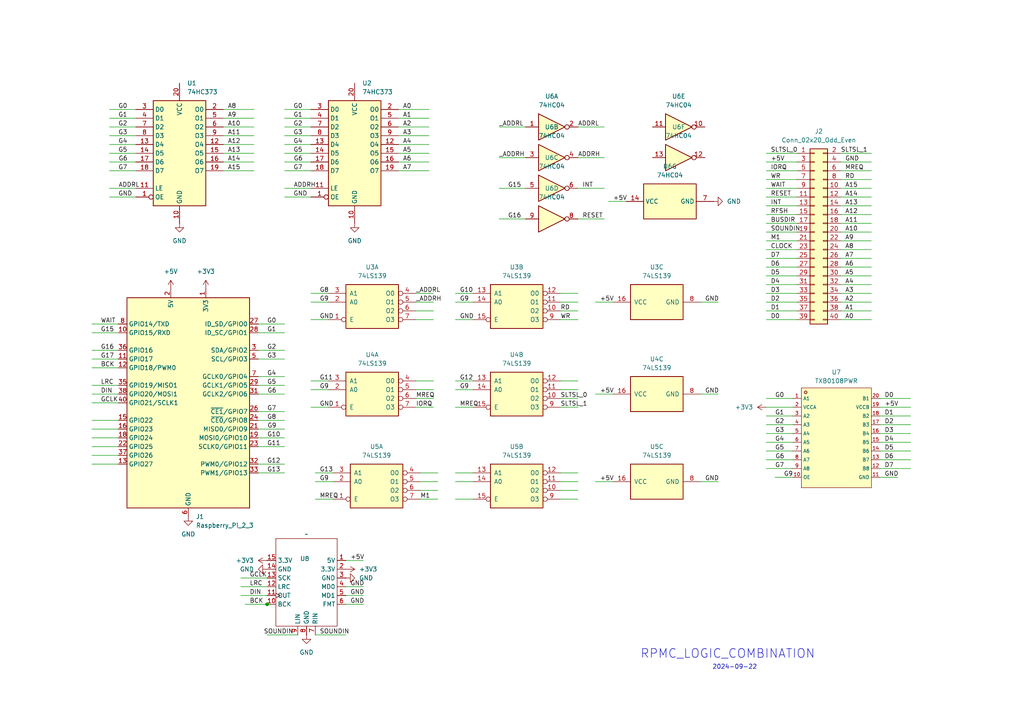
<source format=kicad_sch>
(kicad_sch (version 20231120) (generator "eeschema") (generator_version "8.0")
  (paper "A4")
  (lib_symbols
    (symbol "74xx:74HC04"
      (property "Reference" "U" (at 0 1.27 0))
      (property "Value" "74HC04" (at 0 -1.27 0))
      (symbol "74HC04_1_0"
        (polyline (pts (xy -3.81 3.81) (xy -3.81 -3.81) (xy 3.81 0) (xy -3.81 3.81)) (stroke (width 0.254)) (fill (type background)))
        (pin input line (at -7.62 0 0) (length 3.81) (name "~") (number "1"))
        (pin output inverted (at 7.62 0 180) (length 3.81) (name "~") (number "2"))
      )
      (symbol "74HC04_2_0"
        (polyline (pts (xy -3.81 3.81) (xy -3.81 -3.81) (xy 3.81 0) (xy -3.81 3.81)) (stroke (width 0.254)) (fill (type background)))
        (pin input line (at -7.62 0 0) (length 3.81) (name "~") (number "3"))
        (pin output inverted (at 7.62 0 180) (length 3.81) (name "~") (number "4"))
      )
      (symbol "74HC04_3_0"
        (polyline (pts (xy -3.81 3.81) (xy -3.81 -3.81) (xy 3.81 0) (xy -3.81 3.81)) (stroke (width 0.254)) (fill (type background)))
        (pin input line (at -7.62 0 0) (length 3.81) (name "~") (number "5"))
        (pin output inverted (at 7.62 0 180) (length 3.81) (name "~") (number "6"))
      )
      (symbol "74HC04_4_0"
        (polyline (pts (xy -3.81 3.81) (xy -3.81 -3.81) (xy 3.81 0) (xy -3.81 3.81)) (stroke (width 0.254)) (fill (type background)))
        (pin output inverted (at 7.62 0 180) (length 3.81) (name "~") (number "8"))
        (pin input line (at -7.62 0 0) (length 3.81) (name "~") (number "9"))
      )
      (symbol "74HC04_5_0"
        (polyline (pts (xy -3.81 3.81) (xy -3.81 -3.81) (xy 3.81 0) (xy -3.81 3.81)) (stroke (width 0.254)) (fill (type background)))
        (pin output inverted (at 7.62 0 180) (length 3.81) (name "~") (number "10"))
        (pin input line (at -7.62 0 0) (length 3.81) (name "~") (number "11"))
      )
      (symbol "74HC04_6_0"
        (polyline (pts (xy -3.81 3.81) (xy -3.81 -3.81) (xy 3.81 0) (xy -3.81 3.81)) (stroke (width 0.254)) (fill (type background)))
        (pin output inverted (at 7.62 0 180) (length 3.81) (name "~") (number "12"))
        (pin input line (at -7.62 0 0) (length 3.81) (name "~") (number "13"))
      )
      (symbol "74HC04_7_0"
        (pin power_in line (at 0 12.7 270) (length 5.08) (name "VCC") (number "14"))
        (pin power_in line (at 0 -12.7 90) (length 5.08) (name "GND") (number "7"))
      )
      (symbol "74HC04_7_1"
        (rectangle (start -5.08 7.62) (end 5.08 -7.62) (stroke (width 0.254)) (fill (type background)))
      )
    )
    (symbol "74xx:74HC373"
      (property "Reference" "U" (at -7.62 16.51 0))
      (property "Value" "74HC373" (at -7.62 -16.51 0))
      (symbol "74HC373_1_0"
        (pin input inverted (at -12.7 -12.7 0) (length 5.08) (name "OE") (number "1"))
        (pin power_in line (at 0 -20.32 90) (length 5.08) (name "GND") (number "10"))
        (pin input line (at -12.7 -10.16 0) (length 5.08) (name "LE") (number "11"))
        (pin tri_state line (at 12.7 2.54 180) (length 5.08) (name "O4") (number "12"))
        (pin input line (at -12.7 2.54 0) (length 5.08) (name "D4") (number "13"))
        (pin input line (at -12.7 0 0) (length 5.08) (name "D5") (number "14"))
        (pin tri_state line (at 12.7 0 180) (length 5.08) (name "O5") (number "15"))
        (pin tri_state line (at 12.7 -2.54 180) (length 5.08) (name "O6") (number "16"))
        (pin input line (at -12.7 -2.54 0) (length 5.08) (name "D6") (number "17"))
        (pin input line (at -12.7 -5.08 0) (length 5.08) (name "D7") (number "18"))
        (pin tri_state line (at 12.7 -5.08 180) (length 5.08) (name "O7") (number "19"))
        (pin tri_state line (at 12.7 12.7 180) (length 5.08) (name "O0") (number "2"))
        (pin power_in line (at 0 20.32 270) (length 5.08) (name "VCC") (number "20"))
        (pin input line (at -12.7 12.7 0) (length 5.08) (name "D0") (number "3"))
        (pin input line (at -12.7 10.16 0) (length 5.08) (name "D1") (number "4"))
        (pin tri_state line (at 12.7 10.16 180) (length 5.08) (name "O1") (number "5"))
        (pin tri_state line (at 12.7 7.62 180) (length 5.08) (name "O2") (number "6"))
        (pin input line (at -12.7 7.62 0) (length 5.08) (name "D2") (number "7"))
        (pin input line (at -12.7 5.08 0) (length 5.08) (name "D3") (number "8"))
        (pin tri_state line (at 12.7 5.08 180) (length 5.08) (name "O3") (number "9"))
      )
      (symbol "74HC373_1_1"
        (rectangle (start -7.62 15.24) (end 7.62 -15.24) (stroke (width 0.254)) (fill (type background)))
      )
    )
    (symbol "74xx:74LS139" (pin_names (offset 1.016))
      (property "Reference" "U" (at -7.62 8.89 0))
      (property "Value" "74LS139" (at -7.62 -8.89 0))
      (symbol "74LS139_1_0"
        (pin input inverted (at -12.7 -5.08 0) (length 5.08) (name "E") (number "1"))
        (pin input line (at -12.7 0 0) (length 5.08) (name "A0") (number "2"))
        (pin input line (at -12.7 2.54 0) (length 5.08) (name "A1") (number "3"))
        (pin output inverted (at 12.7 2.54 180) (length 5.08) (name "O0") (number "4"))
        (pin output inverted (at 12.7 0 180) (length 5.08) (name "O1") (number "5"))
        (pin output inverted (at 12.7 -2.54 180) (length 5.08) (name "O2") (number "6"))
        (pin output inverted (at 12.7 -5.08 180) (length 5.08) (name "O3") (number "7"))
      )
      (symbol "74LS139_1_1"
        (rectangle (start -7.62 5.08) (end 7.62 -7.62) (stroke (width 0.254)) (fill (type background)))
      )
      (symbol "74LS139_2_0"
        (pin output inverted (at 12.7 -2.54 180) (length 5.08) (name "O2") (number "10"))
        (pin output inverted (at 12.7 0 180) (length 5.08) (name "O1") (number "11"))
        (pin output inverted (at 12.7 2.54 180) (length 5.08) (name "O0") (number "12"))
        (pin input line (at -12.7 2.54 0) (length 5.08) (name "A1") (number "13"))
        (pin input line (at -12.7 0 0) (length 5.08) (name "A0") (number "14"))
        (pin input inverted (at -12.7 -5.08 0) (length 5.08) (name "E") (number "15"))
        (pin output inverted (at 12.7 -5.08 180) (length 5.08) (name "O3") (number "9"))
      )
      (symbol "74LS139_2_1"
        (rectangle (start -7.62 5.08) (end 7.62 -7.62) (stroke (width 0.254)) (fill (type background)))
      )
      (symbol "74LS139_3_0"
        (pin power_in line (at 0 12.7 270) (length 5.08) (name "VCC") (number "16"))
        (pin power_in line (at 0 -12.7 90) (length 5.08) (name "GND") (number "8"))
      )
      (symbol "74LS139_3_1"
        (rectangle (start -5.08 7.62) (end 5.08 -7.62) (stroke (width 0.254)) (fill (type background)))
      )
    )
    (symbol "Connector:Raspberry_Pi_2_3"
      (property "Reference" "J" (at -17.78 31.75 0))
      (property "Value" "Raspberry_Pi_2_3" (at 10.16 -31.75 0))
      (symbol "Raspberry_Pi_2_3_0_1"
        (rectangle (start -17.78 30.48) (end 17.78 -30.48) (stroke (width 0.254)) (fill (type background)))
      )
      (symbol "Raspberry_Pi_2_3_1_1"
        (pin power_in line (at 5.08 33.02 270) (length 2.54) (name "3V3") (number "1"))
        (pin bidirectional line (at -20.32 20.32 0) (length 2.54) (name "GPIO15/RXD") (number "10"))
        (pin bidirectional line (at -20.32 12.7 0) (length 2.54) (name "GPIO17") (number "11"))
        (pin bidirectional line (at -20.32 10.16 0) (length 2.54) (name "GPIO18/PWM0") (number "12"))
        (pin bidirectional line (at -20.32 -17.78 0) (length 2.54) (name "GPIO27") (number "13"))
        (pin passive line (at 0 -33.02 90) (length 2.54) hide (name "GND") (number "14"))
        (pin bidirectional line (at -20.32 -5.08 0) (length 2.54) (name "GPIO22") (number "15"))
        (pin bidirectional line (at -20.32 -7.62 0) (length 2.54) (name "GPIO23") (number "16"))
        (pin passive line (at 5.08 33.02 270) (length 2.54) hide (name "3V3") (number "17"))
        (pin bidirectional line (at -20.32 -10.16 0) (length 2.54) (name "GPIO24") (number "18"))
        (pin bidirectional line (at 20.32 -10.16 180) (length 2.54) (name "MOSI0/GPIO10") (number "19"))
        (pin power_in line (at -5.08 33.02 270) (length 2.54) (name "5V") (number "2"))
        (pin passive line (at 0 -33.02 90) (length 2.54) hide (name "GND") (number "20"))
        (pin bidirectional line (at 20.32 -7.62 180) (length 2.54) (name "MISO0/GPIO9") (number "21"))
        (pin bidirectional line (at -20.32 -12.7 0) (length 2.54) (name "GPIO25") (number "22"))
        (pin bidirectional line (at 20.32 -12.7 180) (length 2.54) (name "SCLK0/GPIO11") (number "23"))
        (pin bidirectional line (at 20.32 -5.08 180) (length 2.54) (name "~{CE0}/GPIO8") (number "24"))
        (pin passive line (at 0 -33.02 90) (length 2.54) hide (name "GND") (number "25"))
        (pin bidirectional line (at 20.32 -2.54 180) (length 2.54) (name "~{CE1}/GPIO7") (number "26"))
        (pin bidirectional line (at 20.32 22.86 180) (length 2.54) (name "ID_SD/GPIO0") (number "27"))
        (pin bidirectional line (at 20.32 20.32 180) (length 2.54) (name "ID_SC/GPIO1") (number "28"))
        (pin bidirectional line (at 20.32 5.08 180) (length 2.54) (name "GCLK1/GPIO5") (number "29"))
        (pin bidirectional line (at 20.32 15.24 180) (length 2.54) (name "SDA/GPIO2") (number "3"))
        (pin passive line (at 0 -33.02 90) (length 2.54) hide (name "GND") (number "30"))
        (pin bidirectional line (at 20.32 2.54 180) (length 2.54) (name "GCLK2/GPIO6") (number "31"))
        (pin bidirectional line (at 20.32 -17.78 180) (length 2.54) (name "PWM0/GPIO12") (number "32"))
        (pin bidirectional line (at 20.32 -20.32 180) (length 2.54) (name "PWM1/GPIO13") (number "33"))
        (pin passive line (at 0 -33.02 90) (length 2.54) hide (name "GND") (number "34"))
        (pin bidirectional line (at -20.32 5.08 0) (length 2.54) (name "GPIO19/MISO1") (number "35"))
        (pin bidirectional line (at -20.32 15.24 0) (length 2.54) (name "GPIO16") (number "36"))
        (pin bidirectional line (at -20.32 -15.24 0) (length 2.54) (name "GPIO26") (number "37"))
        (pin bidirectional line (at -20.32 2.54 0) (length 2.54) (name "GPIO20/MOSI1") (number "38"))
        (pin passive line (at 0 -33.02 90) (length 2.54) hide (name "GND") (number "39"))
        (pin passive line (at -5.08 33.02 270) (length 2.54) hide (name "5V") (number "4"))
        (pin bidirectional line (at -20.32 0 0) (length 2.54) (name "GPIO21/SCLK1") (number "40"))
        (pin bidirectional line (at 20.32 12.7 180) (length 2.54) (name "SCL/GPIO3") (number "5"))
        (pin power_in line (at 0 -33.02 90) (length 2.54) (name "GND") (number "6"))
        (pin bidirectional line (at 20.32 7.62 180) (length 2.54) (name "GCLK0/GPIO4") (number "7"))
        (pin bidirectional line (at -20.32 22.86 0) (length 2.54) (name "GPIO14/TXD") (number "8"))
        (pin passive line (at 0 -33.02 90) (length 2.54) hide (name "GND") (number "9"))
      )
    )
    (symbol "Connector_Generic:Conn_02x20_Odd_Even" (pin_names (offset 1.016) hide)
      (property "Reference" "J" (at 1.27 25.4 0))
      (property "Value" "Conn_02x20_Odd_Even" (at 1.27 -27.94 0))
      (symbol "Conn_02x20_Odd_Even_1_1"
        (rectangle (start -1.27 -25.273) (end 0 -25.527) (stroke (width 0.1524)))
        (rectangle (start -1.27 -22.733) (end 0 -22.987) (stroke (width 0.1524)))
        (rectangle (start -1.27 -20.193) (end 0 -20.447) (stroke (width 0.1524)))
        (rectangle (start -1.27 -17.653) (end 0 -17.907) (stroke (width 0.1524)))
        (rectangle (start -1.27 -15.113) (end 0 -15.367) (stroke (width 0.1524)))
        (rectangle (start -1.27 -12.573) (end 0 -12.827) (stroke (width 0.1524)))
        (rectangle (start -1.27 -10.033) (end 0 -10.287) (stroke (width 0.1524)))
        (rectangle (start -1.27 -7.493) (end 0 -7.747) (stroke (width 0.1524)))
        (rectangle (start -1.27 -4.953) (end 0 -5.207) (stroke (width 0.1524)))
        (rectangle (start -1.27 -2.413) (end 0 -2.667) (stroke (width 0.1524)))
        (rectangle (start -1.27 0.127) (end 0 -0.127) (stroke (width 0.1524)))
        (rectangle (start -1.27 2.667) (end 0 2.413) (stroke (width 0.1524)))
        (rectangle (start -1.27 5.207) (end 0 4.953) (stroke (width 0.1524)))
        (rectangle (start -1.27 7.747) (end 0 7.493) (stroke (width 0.1524)))
        (rectangle (start -1.27 10.287) (end 0 10.033) (stroke (width 0.1524)))
        (rectangle (start -1.27 12.827) (end 0 12.573) (stroke (width 0.1524)))
        (rectangle (start -1.27 15.367) (end 0 15.113) (stroke (width 0.1524)))
        (rectangle (start -1.27 17.907) (end 0 17.653) (stroke (width 0.1524)))
        (rectangle (start -1.27 20.447) (end 0 20.193) (stroke (width 0.1524)))
        (rectangle (start -1.27 22.987) (end 0 22.733) (stroke (width 0.1524)))
        (rectangle (start -1.27 24.13) (end 3.81 -26.67) (stroke (width 0.254)) (fill (type background)))
        (rectangle (start 3.81 -25.273) (end 2.54 -25.527) (stroke (width 0.1524)))
        (rectangle (start 3.81 -22.733) (end 2.54 -22.987) (stroke (width 0.1524)))
        (rectangle (start 3.81 -20.193) (end 2.54 -20.447) (stroke (width 0.1524)))
        (rectangle (start 3.81 -17.653) (end 2.54 -17.907) (stroke (width 0.1524)))
        (rectangle (start 3.81 -15.113) (end 2.54 -15.367) (stroke (width 0.1524)))
        (rectangle (start 3.81 -12.573) (end 2.54 -12.827) (stroke (width 0.1524)))
        (rectangle (start 3.81 -10.033) (end 2.54 -10.287) (stroke (width 0.1524)))
        (rectangle (start 3.81 -7.493) (end 2.54 -7.747) (stroke (width 0.1524)))
        (rectangle (start 3.81 -4.953) (end 2.54 -5.207) (stroke (width 0.1524)))
        (rectangle (start 3.81 -2.413) (end 2.54 -2.667) (stroke (width 0.1524)))
        (rectangle (start 3.81 0.127) (end 2.54 -0.127) (stroke (width 0.1524)))
        (rectangle (start 3.81 2.667) (end 2.54 2.413) (stroke (width 0.1524)))
        (rectangle (start 3.81 5.207) (end 2.54 4.953) (stroke (width 0.1524)))
        (rectangle (start 3.81 7.747) (end 2.54 7.493) (stroke (width 0.1524)))
        (rectangle (start 3.81 10.287) (end 2.54 10.033) (stroke (width 0.1524)))
        (rectangle (start 3.81 12.827) (end 2.54 12.573) (stroke (width 0.1524)))
        (rectangle (start 3.81 15.367) (end 2.54 15.113) (stroke (width 0.1524)))
        (rectangle (start 3.81 17.907) (end 2.54 17.653) (stroke (width 0.1524)))
        (rectangle (start 3.81 20.447) (end 2.54 20.193) (stroke (width 0.1524)))
        (rectangle (start 3.81 22.987) (end 2.54 22.733) (stroke (width 0.1524)))
        (pin passive line (at -5.08 22.86 0) (length 3.81) (name "Pin_1") (number "1"))
        (pin passive line (at 7.62 12.7 180) (length 3.81) (name "Pin_10") (number "10"))
        (pin passive line (at -5.08 10.16 0) (length 3.81) (name "Pin_11") (number "11"))
        (pin passive line (at 7.62 10.16 180) (length 3.81) (name "Pin_12") (number "12"))
        (pin passive line (at -5.08 7.62 0) (length 3.81) (name "Pin_13") (number "13"))
        (pin passive line (at 7.62 7.62 180) (length 3.81) (name "Pin_14") (number "14"))
        (pin passive line (at -5.08 5.08 0) (length 3.81) (name "Pin_15") (number "15"))
        (pin passive line (at 7.62 5.08 180) (length 3.81) (name "Pin_16") (number "16"))
        (pin passive line (at -5.08 2.54 0) (length 3.81) (name "Pin_17") (number "17"))
        (pin passive line (at 7.62 2.54 180) (length 3.81) (name "Pin_18") (number "18"))
        (pin passive line (at -5.08 0 0) (length 3.81) (name "Pin_19") (number "19"))
        (pin passive line (at 7.62 22.86 180) (length 3.81) (name "Pin_2") (number "2"))
        (pin passive line (at 7.62 0 180) (length 3.81) (name "Pin_20") (number "20"))
        (pin passive line (at -5.08 -2.54 0) (length 3.81) (name "Pin_21") (number "21"))
        (pin passive line (at 7.62 -2.54 180) (length 3.81) (name "Pin_22") (number "22"))
        (pin passive line (at -5.08 -5.08 0) (length 3.81) (name "Pin_23") (number "23"))
        (pin passive line (at 7.62 -5.08 180) (length 3.81) (name "Pin_24") (number "24"))
        (pin passive line (at -5.08 -7.62 0) (length 3.81) (name "Pin_25") (number "25"))
        (pin passive line (at 7.62 -7.62 180) (length 3.81) (name "Pin_26") (number "26"))
        (pin passive line (at -5.08 -10.16 0) (length 3.81) (name "Pin_27") (number "27"))
        (pin passive line (at 7.62 -10.16 180) (length 3.81) (name "Pin_28") (number "28"))
        (pin passive line (at -5.08 -12.7 0) (length 3.81) (name "Pin_29") (number "29"))
        (pin passive line (at -5.08 20.32 0) (length 3.81) (name "Pin_3") (number "3"))
        (pin passive line (at 7.62 -12.7 180) (length 3.81) (name "Pin_30") (number "30"))
        (pin passive line (at -5.08 -15.24 0) (length 3.81) (name "Pin_31") (number "31"))
        (pin passive line (at 7.62 -15.24 180) (length 3.81) (name "Pin_32") (number "32"))
        (pin passive line (at -5.08 -17.78 0) (length 3.81) (name "Pin_33") (number "33"))
        (pin passive line (at 7.62 -17.78 180) (length 3.81) (name "Pin_34") (number "34"))
        (pin passive line (at -5.08 -20.32 0) (length 3.81) (name "Pin_35") (number "35"))
        (pin passive line (at 7.62 -20.32 180) (length 3.81) (name "Pin_36") (number "36"))
        (pin passive line (at -5.08 -22.86 0) (length 3.81) (name "Pin_37") (number "37"))
        (pin passive line (at 7.62 -22.86 180) (length 3.81) (name "Pin_38") (number "38"))
        (pin passive line (at -5.08 -25.4 0) (length 3.81) (name "Pin_39") (number "39"))
        (pin passive line (at 7.62 20.32 180) (length 3.81) (name "Pin_4") (number "4"))
        (pin passive line (at 7.62 -25.4 180) (length 3.81) (name "Pin_40") (number "40"))
        (pin passive line (at -5.08 17.78 0) (length 3.81) (name "Pin_5") (number "5"))
        (pin passive line (at 7.62 17.78 180) (length 3.81) (name "Pin_6") (number "6"))
        (pin passive line (at -5.08 15.24 0) (length 3.81) (name "Pin_7") (number "7"))
        (pin passive line (at 7.62 15.24 180) (length 3.81) (name "Pin_8") (number "8"))
        (pin passive line (at -5.08 12.7 0) (length 3.81) (name "Pin_9") (number "9"))
      )
    )
    (symbol "TXB0108PWR:TXB0108PWR"
      (property "Reference" "U" (at 0 1.27 0))
      (property "Value" "TXB0108PWR" (at 0 -2.54 0))
      (symbol "TXB0108PWR_0_1"
        (rectangle (start -10.16 14.478) (end 10.16 -14.478) (fill (type background)))
        (circle (center -8.89 13.208) (radius 0.381) (fill (type background)))
        (circle (center -8.89 13.208) (radius 0.381) (fill (type background)))
        (pin unspecified line (at -12.7 11.43 0) (length 2.54) (name "A1") (number "1"))
        (pin unspecified line (at -12.7 -11.43 0) (length 2.54) (name "OE") (number "10"))
        (pin unspecified line (at 12.7 -11.43 180) (length 2.54) (name "GND") (number "11"))
        (pin unspecified line (at 12.7 -8.89 180) (length 2.54) (name "B8") (number "12"))
        (pin unspecified line (at 12.7 -6.35 180) (length 2.54) (name "B7") (number "13"))
        (pin unspecified line (at 12.7 -3.81 180) (length 2.54) (name "B6") (number "14"))
        (pin unspecified line (at 12.7 -1.27 180) (length 2.54) (name "B5") (number "15"))
        (pin unspecified line (at 12.7 1.27 180) (length 2.54) (name "B4") (number "16"))
        (pin unspecified line (at 12.7 3.81 180) (length 2.54) (name "B3") (number "17"))
        (pin unspecified line (at 12.7 6.35 180) (length 2.54) (name "B2") (number "18"))
        (pin unspecified line (at 12.7 8.89 180) (length 2.54) (name "VCCB") (number "19"))
        (pin unspecified line (at -12.7 8.89 0) (length 2.54) (name "VCCA") (number "2"))
        (pin unspecified line (at 12.7 11.43 180) (length 2.54) (name "B1") (number "20"))
        (pin unspecified line (at -12.7 6.35 0) (length 2.54) (name "A2") (number "3"))
        (pin unspecified line (at -12.7 3.81 0) (length 2.54) (name "A3") (number "4"))
        (pin unspecified line (at -12.7 1.27 0) (length 2.54) (name "A4") (number "5"))
        (pin unspecified line (at -12.7 -1.27 0) (length 2.54) (name "A5") (number "6"))
        (pin unspecified line (at -12.7 -3.81 0) (length 2.54) (name "A6") (number "7"))
        (pin unspecified line (at -12.7 -6.35 0) (length 2.54) (name "A7") (number "8"))
        (pin unspecified line (at -12.7 -8.89 0) (length 2.54) (name "A8") (number "9"))
      )
    )
    (symbol "msx_slot:PCM1808_EVB"
      (property "Reference" "U" (at 0 0.762 0))
      (symbol "PCM1808_EVB_0_1"
        (rectangle (start -8.89 12.7) (end 8.89 -12.7))
      )
      (symbol "PCM1808_EVB_1_1"
        (pin power_in line (at -11.43 -6.35 0) (length 2.54) (name "5V") (number "1"))
        (pin input line (at 11.43 6.35 180) (length 2.54) (name "BCK") (number "10"))
        (pin output clock (at 11.43 3.81 180) (length 2.54) (name "OUT") (number "11"))
        (pin input line (at 11.43 1.27 180) (length 2.54) (name "LRC") (number "12"))
        (pin input line (at 11.43 -1.27 180) (length 2.54) (name "SCK") (number "13"))
        (pin free line (at 11.43 -3.81 180) (length 2.54) (name "GND") (number "14"))
        (pin power_in line (at 11.43 -6.35 180) (length 2.54) (name "3.3V") (number "15"))
        (pin power_in line (at -11.43 -3.81 0) (length 2.54) (name "3.3V") (number "2"))
        (pin free line (at -11.43 -1.27 0) (length 2.54) (name "GND") (number "3"))
        (pin input line (at -11.43 1.27 0) (length 2.54) (name "MD0") (number "4"))
        (pin input line (at -11.43 3.81 0) (length 2.54) (name "MD1") (number "5"))
        (pin input line (at -11.43 6.35 0) (length 2.54) (name "FMT") (number "6"))
        (pin input line (at -2.54 15.24 270) (length 2.54) (name "RIN") (number "7"))
        (pin input line (at 0 15.24 270) (length 2.54) (name "GND") (number "8"))
        (pin input line (at 2.54 15.24 270) (length 2.54) (name "LIN") (number "9"))
      )
    )
    (symbol "power:+3V3" (power) (pin_numbers hide) (pin_names (offset 0) hide)
      (property "Value" "+3V3" (at 0 3.556 0))
      (symbol "+3V3_0_1"
        (polyline (pts (xy -0.762 1.27) (xy 0 2.54)))
        (polyline (pts (xy 0 0) (xy 0 2.54)))
        (polyline (pts (xy 0 2.54) (xy 0.762 1.27)))
      )
      (symbol "+3V3_1_1"
        (pin power_in line (at 0 0 90) (length 0) (name "~") (number "1"))
      )
    )
    (symbol "power:+5V" (power) (pin_numbers hide) (pin_names (offset 0) hide)
      (property "Value" "+5V" (at 0 3.556 0))
      (symbol "+5V_0_1"
        (polyline (pts (xy -0.762 1.27) (xy 0 2.54)))
        (polyline (pts (xy 0 0) (xy 0 2.54)))
        (polyline (pts (xy 0 2.54) (xy 0.762 1.27)))
      )
      (symbol "+5V_1_1"
        (pin power_in line (at 0 0 90) (length 0) (name "~") (number "1"))
      )
    )
    (symbol "power:GND" (power) (pin_numbers hide) (pin_names (offset 0) hide)
      (property "Value" "GND" (at 0 -3.81 0))
      (symbol "GND_0_1"
        (polyline (pts (xy 0 0) (xy 0 -1.27) (xy 1.27 -1.27) (xy 0 -2.54) (xy -1.27 -1.27) (xy 0 -1.27)))
      )
      (symbol "GND_1_1"
        (pin power_in line (at 0 0 270) (length 0) (name "~") (number "1"))
      )
    )
  )
  (junction (at 77.47 175.26))
  (wire (pts (xy 255.27 133.35) (xy 264.16 133.35)))
  (wire (pts (xy 162.56 115.57) (xy 167.64 115.57)))
  (wire (pts (xy 26.67 101.6) (xy 34.29 101.6)))
  (wire (pts (xy 82.55 31.75) (xy 90.17 31.75)))
  (wire (pts (xy 64.77 41.91) (xy 73.66 41.91)))
  (wire (pts (xy 74.93 101.6) (xy 82.55 101.6)))
  (wire (pts (xy 74.93 129.54) (xy 82.55 129.54)))
  (wire (pts (xy 74.93 124.46) (xy 82.55 124.46)))
  (wire (pts (xy 176.53 58.42) (xy 181.61 58.42)))
  (wire (pts (xy 100.33 162.56) (xy 105.41 162.56)))
  (wire (pts (xy 222.25 44.45) (xy 231.14 44.45)))
  (wire (pts (xy 222.25 133.35) (xy 229.87 133.35)))
  (wire (pts (xy 82.55 36.83) (xy 90.17 36.83)))
  (wire (pts (xy 132.08 118.11) (xy 137.16 118.11)))
  (wire (pts (xy 132.08 144.78) (xy 137.16 144.78)))
  (wire (pts (xy 243.84 54.61) (xy 252.73 54.61)))
  (wire (pts (xy 243.84 92.71) (xy 252.73 92.71)))
  (wire (pts (xy 167.64 45.72) (xy 175.26 45.72)))
  (wire (pts (xy 243.84 72.39) (xy 252.73 72.39)))
  (wire (pts (xy 120.65 87.63) (xy 125.73 87.63)))
  (wire (pts (xy 120.65 85.09) (xy 125.73 85.09)))
  (wire (pts (xy 115.57 46.99) (xy 124.46 46.99)))
  (wire (pts (xy 90.17 87.63) (xy 95.25 87.63)))
  (wire (pts (xy 255.27 115.57) (xy 264.16 115.57)))
  (wire (pts (xy 222.25 120.65) (xy 229.87 120.65)))
  (wire (pts (xy 120.65 110.49) (xy 125.73 110.49)))
  (wire (pts (xy 243.84 69.85) (xy 252.73 69.85)))
  (wire (pts (xy 222.25 77.47) (xy 231.14 77.47)))
  (wire (pts (xy 222.25 90.17) (xy 231.14 90.17)))
  (wire (pts (xy 82.55 57.15) (xy 90.17 57.15)))
  (wire (pts (xy 82.55 39.37) (xy 90.17 39.37)))
  (wire (pts (xy 132.08 85.09) (xy 137.16 85.09)))
  (wire (pts (xy 222.25 59.69) (xy 231.14 59.69)))
  (wire (pts (xy 82.55 49.53) (xy 90.17 49.53)))
  (wire (pts (xy 115.57 41.91) (xy 124.46 41.91)))
  (wire (pts (xy 74.93 121.92) (xy 82.55 121.92)))
  (wire (pts (xy 31.75 41.91) (xy 39.37 41.91)))
  (wire (pts (xy 91.44 184.15) (xy 100.33 184.15)))
  (wire (pts (xy 77.47 175.26) (xy 78.74 175.26)))
  (wire (pts (xy 120.65 90.17) (xy 125.73 90.17)))
  (wire (pts (xy 74.93 114.3) (xy 82.55 114.3)))
  (wire (pts (xy 255.27 118.11) (xy 264.16 118.11)))
  (wire (pts (xy 31.75 34.29) (xy 39.37 34.29)))
  (wire (pts (xy 222.25 67.31) (xy 231.14 67.31)))
  (wire (pts (xy 31.75 57.15) (xy 39.37 57.15)))
  (wire (pts (xy 222.25 115.57) (xy 229.87 115.57)))
  (wire (pts (xy 132.08 92.71) (xy 137.16 92.71)))
  (wire (pts (xy 120.65 113.03) (xy 125.73 113.03)))
  (wire (pts (xy 132.08 113.03) (xy 137.16 113.03)))
  (wire (pts (xy 82.55 34.29) (xy 90.17 34.29)))
  (wire (pts (xy 26.67 132.08) (xy 34.29 132.08)))
  (wire (pts (xy 82.55 54.61) (xy 90.17 54.61)))
  (wire (pts (xy 100.33 170.18) (xy 105.41 170.18)))
  (wire (pts (xy 31.75 46.99) (xy 39.37 46.99)))
  (wire (pts (xy 31.75 36.83) (xy 39.37 36.83)))
  (wire (pts (xy 222.25 85.09) (xy 231.14 85.09)))
  (wire (pts (xy 144.78 36.83) (xy 152.4 36.83)))
  (wire (pts (xy 167.64 63.5) (xy 175.26 63.5)))
  (wire (pts (xy 243.84 85.09) (xy 252.73 85.09)))
  (wire (pts (xy 26.67 124.46) (xy 34.29 124.46)))
  (wire (pts (xy 255.27 130.81) (xy 264.16 130.81)))
  (wire (pts (xy 255.27 138.43) (xy 260.35 138.43)))
  (wire (pts (xy 64.77 36.83) (xy 73.66 36.83)))
  (wire (pts (xy 132.08 137.16) (xy 137.16 137.16)))
  (wire (pts (xy 26.67 129.54) (xy 34.29 129.54)))
  (wire (pts (xy 26.67 121.92) (xy 34.29 121.92)))
  (wire (pts (xy 222.25 80.01) (xy 231.14 80.01)))
  (wire (pts (xy 26.67 96.52) (xy 34.29 96.52)))
  (wire (pts (xy 243.84 62.23) (xy 252.73 62.23)))
  (wire (pts (xy 132.08 87.63) (xy 137.16 87.63)))
  (wire (pts (xy 120.65 92.71) (xy 125.73 92.71)))
  (wire (pts (xy 203.2 87.63) (xy 208.28 87.63)))
  (wire (pts (xy 203.2 139.7) (xy 208.28 139.7)))
  (wire (pts (xy 222.25 82.55) (xy 231.14 82.55)))
  (wire (pts (xy 222.25 74.93) (xy 231.14 74.93)))
  (wire (pts (xy 121.92 137.16) (xy 127 137.16)))
  (wire (pts (xy 31.75 44.45) (xy 39.37 44.45)))
  (wire (pts (xy 64.77 31.75) (xy 73.66 31.75)))
  (wire (pts (xy 162.56 139.7) (xy 167.64 139.7)))
  (wire (pts (xy 255.27 135.89) (xy 264.16 135.89)))
  (wire (pts (xy 162.56 110.49) (xy 167.64 110.49)))
  (wire (pts (xy 115.57 34.29) (xy 124.46 34.29)))
  (wire (pts (xy 31.75 54.61) (xy 39.37 54.61)))
  (wire (pts (xy 222.25 72.39) (xy 231.14 72.39)))
  (wire (pts (xy 144.78 63.5) (xy 152.4 63.5)))
  (wire (pts (xy 74.93 127) (xy 82.55 127)))
  (wire (pts (xy 167.64 54.61) (xy 175.26 54.61)))
  (wire (pts (xy 90.17 110.49) (xy 95.25 110.49)))
  (wire (pts (xy 243.84 90.17) (xy 252.73 90.17)))
  (wire (pts (xy 162.56 90.17) (xy 167.64 90.17)))
  (wire (pts (xy 162.56 85.09) (xy 167.64 85.09)))
  (wire (pts (xy 74.93 134.62) (xy 82.55 134.62)))
  (wire (pts (xy 91.44 139.7) (xy 96.52 139.7)))
  (wire (pts (xy 255.27 123.19) (xy 264.16 123.19)))
  (wire (pts (xy 243.84 52.07) (xy 252.73 52.07)))
  (wire (pts (xy 222.25 123.19) (xy 229.87 123.19)))
  (wire (pts (xy 69.85 172.72) (xy 77.47 172.72)))
  (wire (pts (xy 255.27 125.73) (xy 264.16 125.73)))
  (wire (pts (xy 31.75 31.75) (xy 39.37 31.75)))
  (wire (pts (xy 26.67 111.76) (xy 34.29 111.76)))
  (wire (pts (xy 82.55 44.45) (xy 90.17 44.45)))
  (wire (pts (xy 82.55 41.91) (xy 90.17 41.91)))
  (wire (pts (xy 64.77 46.99) (xy 73.66 46.99)))
  (wire (pts (xy 120.65 115.57) (xy 125.73 115.57)))
  (wire (pts (xy 86.36 184.15) (xy 77.47 184.15)))
  (wire (pts (xy 243.84 82.55) (xy 252.73 82.55)))
  (wire (pts (xy 71.12 175.26) (xy 77.47 175.26)))
  (wire (pts (xy 100.33 172.72) (xy 105.41 172.72)))
  (wire (pts (xy 222.25 49.53) (xy 231.14 49.53)))
  (wire (pts (xy 90.17 118.11) (xy 95.25 118.11)))
  (wire (pts (xy 222.25 62.23) (xy 231.14 62.23)))
  (wire (pts (xy 144.78 45.72) (xy 152.4 45.72)))
  (wire (pts (xy 64.77 34.29) (xy 73.66 34.29)))
  (wire (pts (xy 222.25 135.89) (xy 229.87 135.89)))
  (wire (pts (xy 222.25 128.27) (xy 229.87 128.27)))
  (wire (pts (xy 243.84 64.77) (xy 252.73 64.77)))
  (wire (pts (xy 26.67 134.62) (xy 34.29 134.62)))
  (wire (pts (xy 115.57 49.53) (xy 124.46 49.53)))
  (wire (pts (xy 203.2 114.3) (xy 208.28 114.3)))
  (wire (pts (xy 162.56 87.63) (xy 167.64 87.63)))
  (wire (pts (xy 222.25 87.63) (xy 231.14 87.63)))
  (wire (pts (xy 82.55 46.99) (xy 90.17 46.99)))
  (wire (pts (xy 115.57 31.75) (xy 124.46 31.75)))
  (wire (pts (xy 222.25 69.85) (xy 231.14 69.85)))
  (wire (pts (xy 90.17 92.71) (xy 95.25 92.71)))
  (wire (pts (xy 74.93 137.16) (xy 82.55 137.16)))
  (wire (pts (xy 121.92 144.78) (xy 127 144.78)))
  (wire (pts (xy 74.93 109.22) (xy 82.55 109.22)))
  (wire (pts (xy 26.67 93.98) (xy 34.29 93.98)))
  (wire (pts (xy 26.67 106.68) (xy 34.29 106.68)))
  (wire (pts (xy 243.84 77.47) (xy 252.73 77.47)))
  (wire (pts (xy 132.08 110.49) (xy 137.16 110.49)))
  (wire (pts (xy 69.85 170.18) (xy 77.47 170.18)))
  (wire (pts (xy 31.75 39.37) (xy 39.37 39.37)))
  (wire (pts (xy 243.84 59.69) (xy 252.73 59.69)))
  (wire (pts (xy 222.25 57.15) (xy 231.14 57.15)))
  (wire (pts (xy 255.27 128.27) (xy 264.16 128.27)))
  (wire (pts (xy 222.25 64.77) (xy 231.14 64.77)))
  (wire (pts (xy 115.57 44.45) (xy 124.46 44.45)))
  (wire (pts (xy 172.72 87.63) (xy 177.8 87.63)))
  (wire (pts (xy 243.84 44.45) (xy 252.73 44.45)))
  (wire (pts (xy 243.84 67.31) (xy 252.73 67.31)))
  (wire (pts (xy 132.08 139.7) (xy 137.16 139.7)))
  (wire (pts (xy 26.67 104.14) (xy 34.29 104.14)))
  (wire (pts (xy 64.77 49.53) (xy 73.66 49.53)))
  (wire (pts (xy 222.25 130.81) (xy 229.87 130.81)))
  (wire (pts (xy 243.84 87.63) (xy 252.73 87.63)))
  (wire (pts (xy 74.93 96.52) (xy 82.55 96.52)))
  (wire (pts (xy 26.67 116.84) (xy 34.29 116.84)))
  (wire (pts (xy 243.84 74.93) (xy 252.73 74.93)))
  (wire (pts (xy 74.93 111.76) (xy 82.55 111.76)))
  (wire (pts (xy 74.93 119.38) (xy 82.55 119.38)))
  (wire (pts (xy 243.84 46.99) (xy 252.73 46.99)))
  (wire (pts (xy 222.25 118.11) (xy 229.87 118.11)))
  (wire (pts (xy 90.17 85.09) (xy 95.25 85.09)))
  (wire (pts (xy 162.56 118.11) (xy 167.64 118.11)))
  (wire (pts (xy 255.27 120.65) (xy 264.16 120.65)))
  (wire (pts (xy 26.67 127) (xy 34.29 127)))
  (wire (pts (xy 115.57 39.37) (xy 124.46 39.37)))
  (wire (pts (xy 162.56 92.71) (xy 167.64 92.71)))
  (wire (pts (xy 74.93 93.98) (xy 82.55 93.98)))
  (wire (pts (xy 243.84 80.01) (xy 252.73 80.01)))
  (wire (pts (xy 100.33 175.26) (xy 105.41 175.26)))
  (wire (pts (xy 162.56 113.03) (xy 167.64 113.03)))
  (wire (pts (xy 172.72 114.3) (xy 177.8 114.3)))
  (wire (pts (xy 91.44 144.78) (xy 96.52 144.78)))
  (wire (pts (xy 222.25 125.73) (xy 229.87 125.73)))
  (wire (pts (xy 222.25 92.71) (xy 231.14 92.71)))
  (wire (pts (xy 224.79 138.43) (xy 229.87 138.43)))
  (wire (pts (xy 162.56 144.78) (xy 167.64 144.78)))
  (wire (pts (xy 144.78 54.61) (xy 152.4 54.61)))
  (wire (pts (xy 90.17 113.03) (xy 95.25 113.03)))
  (wire (pts (xy 222.25 46.99) (xy 231.14 46.99)))
  (wire (pts (xy 64.77 44.45) (xy 73.66 44.45)))
  (wire (pts (xy 26.67 114.3) (xy 34.29 114.3)))
  (wire (pts (xy 167.64 36.83) (xy 175.26 36.83)))
  (wire (pts (xy 91.44 137.16) (xy 96.52 137.16)))
  (wire (pts (xy 172.72 139.7) (xy 177.8 139.7)))
  (wire (pts (xy 31.75 49.53) (xy 39.37 49.53)))
  (wire (pts (xy 121.92 142.24) (xy 127 142.24)))
  (wire (pts (xy 64.77 39.37) (xy 73.66 39.37)))
  (wire (pts (xy 121.92 139.7) (xy 127 139.7)))
  (wire (pts (xy 222.25 54.61) (xy 231.14 54.61)))
  (wire (pts (xy 69.85 167.64) (xy 77.47 167.64)))
  (wire (pts (xy 115.57 36.83) (xy 124.46 36.83)))
  (wire (pts (xy 222.25 52.07) (xy 231.14 52.07)))
  (wire (pts (xy 162.56 142.24) (xy 167.64 142.24)))
  (wire (pts (xy 74.93 104.14) (xy 82.55 104.14)))
  (wire (pts (xy 243.84 57.15) (xy 252.73 57.15)))
  (wire (pts (xy 162.56 137.16) (xy 167.64 137.16)))
  (wire (pts (xy 120.65 118.11) (xy 125.73 118.11)))
  (wire (pts (xy 243.84 49.53) (xy 252.73 49.53)))
  (text "RPMC_LOGIC_COMBINATION" (at 211.074 189.738 0) (effects (font (size 2.54 2.54))))
  (text "2024-09-22" (at 213.106 193.548 0) (effects (font (size 1.27 1.27))))
  (label "G8" (at 92.71 85.09 0))
  (label "G9" (at 92.71 87.63 0))
  (label "G9" (at 77.5427 124.46 0))
  (label "D6" (at 256.54 133.35 0))
  (label "A7" (at 116.84 49.53 0))
  (label "A2" (at 245.11 87.63 0))
  (label "GND" (at 256.54 138.43 0))
  (label "M1" (at 121.92 144.78 0))
  (label "G16" (at 147.32 63.5 0))
  (label "GND" (at 101.6 172.72 0))
  (label "G1" (at 34.29 34.29 0))
  (label "RESET" (at 168.91 63.5 0))
  (label "A14" (at 245.11 57.15 0))
  (label "A11" (at 245.11 64.77 0))
  (label "+5V" (at 173.99 139.7 0))
  (label "G1" (at 77.47 96.52 0))
  (label "G6" (at 34.3627 46.99 0))
  (label "+5V" (at 173.99 87.63 0))
  (label "WR" (at 223.52 52.07 0))
  (label "G1" (at 224.79 120.65 0))
  (label "A9" (at 66.04 34.29 0))
  (label "BUSDIR" (at 223.52 64.77 0))
  (label "D7" (at 223.52 74.93 0))
  (label "G1" (at 85.09 34.29 0))
  (label "G3" (at 77.47 104.14 0))
  (label "+5V" (at 223.52 46.99 0))
  (label "G9" (at 133.35 113.03 0))
  (label "DIN" (at 29.21 114.3 0))
  (label "G3" (at 34.29 39.37 0))
  (label "SLTSL_0" (at 223.52 44.45 0))
  (label "_ADDRL" (at 120.65 85.09 0))
  (label "A12" (at 245.11 62.23 0))
  (label "ADDRL" (at 34.3627 54.61 0))
  (label "A7" (at 245.11 74.93 0))
  (label "A13" (at 66.04 44.45 0))
  (label "A10" (at 66.04 36.83 0))
  (label "+5V" (at 173.99 114.3 0))
  (label "G10" (at 133.35 85.09 0))
  (label "G8" (at 77.47 121.92 0))
  (label "G9" (at 92.71 139.7 0))
  (label "INT" (at 168.91 54.61 0))
  (label "A4" (at 245.11 82.55 0))
  (label "G7" (at 77.47 119.38 0))
  (label "G2" (at 77.47 101.6 0))
  (label "D4" (at 223.52 82.55 0))
  (label "A2" (at 116.84 36.83 0))
  (label "G3" (at 85.09 39.37 0))
  (label "G7" (at 85.09 49.53 0))
  (label "A13" (at 245.11 59.69 0))
  (label "A15" (at 66.04 49.53 0))
  (label "GND" (at 204.47 139.7 0))
  (label "+5V" (at 177.8 58.42 0))
  (label "D1" (at 223.52 90.17 0))
  (label "D0" (at 223.52 92.71 0))
  (label "A0" (at 116.84 31.75 0))
  (label "G17" (at 29.21 104.14 0))
  (label "G4" (at 224.79 128.27 0))
  (label "LRC" (at 72.39 170.18 0))
  (label "ADDRL" (at 167.64 36.83 0))
  (label "_ADDRH" (at 144.78 45.72 0))
  (label "SLTSL_1" (at 162.56 118.11 0))
  (label "D5" (at 223.52 80.01 0))
  (label "D1" (at 256.54 120.65 0))
  (label "G13" (at 77.47 137.16 0))
  (label "RD" (at 245.11 52.07 0))
  (label "G0" (at 85.09 31.75 0))
  (label "_ADDRH" (at 120.65 87.63 0))
  (label "G4" (at 77.47 109.22 0))
  (label "GCLK" (at 72.39 167.64 0))
  (label "A5" (at 245.11 80.01 0))
  (label "BCK" (at 72.39 175.26 0))
  (label "GCLK" (at 29.21 116.84 0))
  (label "G0" (at 77.47 93.98 0))
  (label "A1" (at 116.84 34.29 0))
  (label "A6" (at 116.84 46.99 0))
  (label "G6" (at 85.1627 46.99 0))
  (label "G5" (at 85.09 44.45 0))
  (label "G9" (at 92.71 113.03 0))
  (label "RFSH" (at 223.52 62.23 0))
  (label "G10" (at 77.47 127 0))
  (label "G0" (at 34.29 31.75 0))
  (label "D2" (at 256.54 123.19 0))
  (label "WAIT" (at 29.21 93.98 0))
  (label "GND" (at 101.6 175.26 0))
  (label "G2" (at 85.09 36.83 0))
  (label "A10" (at 245.11 67.31 0))
  (label "G5" (at 224.79 130.81 0))
  (label "A1" (at 245.11 90.17 0))
  (label "D4" (at 256.54 128.27 0))
  (label "GND" (at 85.09 57.15 0))
  (label "G6" (at 77.5427 114.3 0))
  (label "A3" (at 116.84 39.37 0))
  (label "G2" (at 34.29 36.83 0))
  (label "G6" (at 224.8627 133.35 0))
  (label "G5" (at 77.47 111.76 0))
  (label "G2" (at 224.79 123.19 0))
  (label "+5V" (at 256.54 118.11 0))
  (label "D3" (at 223.52 85.09 0))
  (label "D3" (at 256.54 125.73 0))
  (label "G7" (at 224.79 135.89 0))
  (label "G16" (at 29.21 101.6 0))
  (label "A3" (at 245.11 85.09 0))
  (label "IORQ" (at 223.52 49.53 0))
  (label "G13" (at 92.71 137.16 0))
  (label "A6" (at 245.11 77.47 0))
  (label "GND" (at 245.11 46.99 0))
  (label "G12" (at 77.47 134.62 0))
  (label "MREQ" (at 245.11 49.53 0))
  (label "G9" (at 227.33 138.43 0))
  (label "G0" (at 224.79 115.57 0))
  (label "G5" (at 34.29 44.45 0))
  (label "D2" (at 223.52 87.63 0))
  (label "GND" (at 92.71 92.71 0))
  (label "MREQ" (at 92.71 144.78 0))
  (label "G4" (at 85.09 41.91 0))
  (label "SOUNDIN" (at 223.52 67.31 0))
  (label "A8" (at 66.04 31.75 0))
  (label "D6" (at 223.52 77.47 0))
  (label "A15" (at 245.11 54.61 0))
  (label "A12" (at 66.04 41.91 0))
  (label "CLOCK" (at 223.52 72.39 0))
  (label "SOUNDIN" (at 85.09 184.15 180))
  (label "A8" (at 245.11 72.39 0))
  (label "G9" (at 133.35 87.63 0))
  (label "INT" (at 223.52 59.69 0))
  (label "SLTSL_1" (at 243.84 44.45 0))
  (label "IORQ" (at 120.65 118.11 0))
  (label "A4" (at 116.84 41.91 0))
  (label "LRC" (at 29.21 111.76 0))
  (label "BCK" (at 29.21 106.68 0))
  (label "D7" (at 256.54 135.89 0))
  (label "+5V" (at 101.6 162.56 0))
  (label "D0" (at 256.54 115.57 0))
  (label "A14" (at 66.04 46.99 0))
  (label "A9" (at 245.11 69.85 0))
  (label "G15" (at 29.21 96.52 0))
  (label "GND" (at 101.6 170.18 0))
  (label "ADDRH" (at 85.1627 54.61 0))
  (label "ADDRH" (at 167.64 45.72 0))
  (label "MREQ" (at 133.35 118.11 0))
  (label "_ADDRL" (at 144.78 36.83 0))
  (label "RD" (at 162.56 90.17 0))
  (label "D5" (at 256.54 130.81 0))
  (label "A5" (at 116.84 44.45 0))
  (label "A0" (at 245.11 92.71 0))
  (label "SLTSL_0" (at 162.56 115.57 0))
  (label "G4" (at 34.29 41.91 0))
  (label "WR" (at 162.56 92.71 0))
  (label "SOUNDIN" (at 92.71 184.15 0))
  (label "M1" (at 223.52 69.85 0))
  (label "GND" (at 204.47 114.3 0))
  (label "DIN" (at 72.39 172.72 0))
  (label "G11" (at 77.47 129.54 0))
  (label "GND" (at 34.29 57.15 0))
  (label "G7" (at 34.29 49.53 0))
  (label "G15" (at 147.32 54.61 0))
  (label "G12" (at 133.35 110.49 0))
  (label "GND" (at 204.47 87.63 0))
  (label "G3" (at 224.79 125.73 0))
  (label "GND" (at 133.35 92.71 0))
  (label "MREQ" (at 120.65 115.57 0))
  (label "WAIT" (at 223.52 54.61 0))
  (label "RESET" (at 223.52 57.15 0))
  (label "GND" (at 92.71 118.11 0))
  (label "G11" (at 92.71 110.49 0))
  (label "A11" (at 66.04 39.37 0))
  (symbol (lib_id "power:GND") (at 100.33 167.64 90) (unit 1)
    (property "Reference" "#PWR011" (effects (hide yes)))
    (property "Value" "GND" (at 104.14 167.6399 90) (effects (justify right)))
    (property "Description" "Power symbol creates a global label with name \"GND\" , ground" (effects (hide yes)))
  )
  (symbol (lib_id "Connector:Raspberry_Pi_2_3") (at 54.61 116.84 0) (unit 1)
    (property "Reference" "J1" (at 56.8041 149.86 0) (effects (justify left)))
    (property "Value" "Raspberry_Pi_2_3" (at 56.8041 152.4 0) (effects (justify left)))
    (property "Footprint" "Connector_PinHeader_2.54mm:PinHeader_2x20_P2.54mm_Vertical" (effects (hide yes)))
    (property "Datasheet" "https://www.raspberrypi.org/documentation/hardware/raspberrypi/schematics/rpi_SCH_3bplus_1p0_reduced.pdf" (effects (hide yes)))
    (property "Description" "expansion header for Raspberry Pi 2 & 3" (effects (hide yes)))
  )
  (symbol (lib_id "power:+3V3") (at 77.47 162.56 90) (unit 1)
    (property "Reference" "#PWR08" (effects (hide yes)))
    (property "Value" "+3V3" (at 73.66 162.5599 90) (effects (justify left)))
    (property "Description" "Power symbol creates a global label with name \"+3V3\"" (effects (hide yes)))
  )
  (symbol (lib_id "74xx:74LS139") (at 109.22 139.7 0) (unit 1)
    (property "Reference" "U5" (at 109.22 129.54 0))
    (property "Value" "74LS139" (at 109.22 132.08 0))
    (property "Footprint" "Package_SO:SOIC-16W_5.3x10.2mm_P1.27mm" (effects (hide yes)))
    (property "Datasheet" "http://www.ti.com/lit/ds/symlink/sn74ls139a.pdf" (effects (hide yes)))
    (property "Description" "Dual Decoder 1 of 4, Active low outputs" (effects (hide yes)))
  )
  (symbol (lib_id "power:GND") (at 52.07 64.77 0) (unit 1)
    (property "Reference" "#PWR01" (effects (hide yes)))
    (property "Value" "GND" (at 52.07 69.85 0))
    (property "Description" "Power symbol creates a global label with name \"GND\" , ground" (effects (hide yes)))
  )
  (symbol (lib_id "power:+5V") (at 49.53 83.82 0) (unit 1)
    (property "Reference" "#PWR04" (effects (hide yes)))
    (property "Value" "+5V" (at 49.53 78.74 0))
    (property "Description" "Power symbol creates a global label with name \"+5V\"" (effects (hide yes)))
  )
  (symbol (lib_id "power:+3V3") (at 59.69 83.82 0) (unit 1)
    (property "Reference" "#PWR03" (effects (hide yes)))
    (property "Value" "+3V3" (at 59.69 78.74 0))
    (property "Description" "Power symbol creates a global label with name \"+3V3\"" (effects (hide yes)))
  )
  (symbol (lib_id "74xx:74LS139") (at 107.95 113.03 0) (unit 1)
    (property "Reference" "U4" (at 107.95 102.87 0))
    (property "Value" "74LS139" (at 107.95 105.41 0))
    (property "Footprint" "Package_SO:SOIC-16W_5.3x10.2mm_P1.27mm" (effects (hide yes)))
    (property "Datasheet" "http://www.ti.com/lit/ds/symlink/sn74ls139a.pdf" (effects (hide yes)))
    (property "Description" "Dual Decoder 1 of 4, Active low outputs" (effects (hide yes)))
  )
  (symbol (lib_id "74xx:74HC04") (at 160.02 36.83 0) (unit 1)
    (property "Reference" "U6" (at 160.02 27.94 0))
    (property "Value" "74HC04" (at 160.02 30.48 0))
    (property "Footprint" "Package_SO:SOIC-14_3.9x8.7mm_P1.27mm" (effects (hide yes)))
    (property "Datasheet" "https://assets.nexperia.com/documents/data-sheet/74HC_HCT04.pdf" (effects (hide yes)))
    (property "Description" "Hex Inverter" (effects (hide yes)))
  )
  (symbol (lib_id "power:GND") (at 207.01 58.42 90) (unit 1)
    (property "Reference" "#PWR06" (effects (hide yes)))
    (property "Value" "GND" (at 210.82 58.4199 90) (effects (justify right)))
    (property "Description" "Power symbol creates a global label with name \"GND\" , ground" (effects (hide yes)))
  )
  (symbol (lib_id "74xx:74HC04") (at 194.31 58.42 90) (unit 7)
    (property "Reference" "U6" (at 194.31 48.26 90))
    (property "Value" "74HC04" (at 194.31 50.8 90))
    (property "Footprint" "Package_SO:SOIC-14_3.9x8.7mm_P1.27mm" (effects (hide yes)))
    (property "Datasheet" "https://assets.nexperia.com/documents/data-sheet/74HC_HCT04.pdf" (effects (hide yes)))
    (property "Description" "Hex Inverter" (effects (hide yes)))
  )
  (symbol (lib_id "74xx:74HC373") (at 102.87 44.45 0) (unit 1)
    (property "Reference" "U2" (at 105.0641 24.13 0) (effects (justify left)))
    (property "Value" "74HC373" (at 105.0641 26.67 0) (effects (justify left)))
    (property "Footprint" "footprint:SOIC-20_L13.0-W7.6-P1.27-LS10.3-BL" (effects (hide yes)))
    (property "Datasheet" "https://www.ti.com/lit/ds/symlink/cd54hc373.pdf" (effects (hide yes)))
    (property "Description" "8-bit Latch, 3-state outputs" (effects (hide yes)))
  )
  (symbol (lib_id "msx_slot:PCM1808_EVB") (at 88.9 168.91 180) (unit 1)
    (property "Reference" "U8" (at 88.392 162.052 0))
    (property "Value" "~" (at 88.9 154.94 0))
    (property "Footprint" "footprint:PCM1808_EVB" (effects (hide yes)))
  )
  (symbol (lib_id "74xx:74HC04") (at 196.85 45.72 0) (unit 6)
    (property "Reference" "U6" (at 196.85 36.83 0))
    (property "Value" "74HC04" (at 196.85 39.37 0))
    (property "Footprint" "Package_SO:SOIC-14_3.9x8.7mm_P1.27mm" (effects (hide yes)))
    (property "Datasheet" "https://assets.nexperia.com/documents/data-sheet/74HC_HCT04.pdf" (effects (hide yes)))
    (property "Description" "Hex Inverter" (effects (hide yes)))
  )
  (symbol (lib_id "74xx:74HC04") (at 160.02 45.72 0) (unit 2)
    (property "Reference" "U6" (at 160.02 36.83 0))
    (property "Value" "74HC04" (at 160.02 39.37 0))
    (property "Footprint" "Package_SO:SOIC-14_3.9x8.7mm_P1.27mm" (effects (hide yes)))
    (property "Datasheet" "https://assets.nexperia.com/documents/data-sheet/74HC_HCT04.pdf" (effects (hide yes)))
    (property "Description" "Hex Inverter" (effects (hide yes)))
  )
  (symbol (lib_id "74xx:74HC373") (at 52.07 44.45 0) (unit 1)
    (property "Reference" "U1" (at 54.2641 24.13 0) (effects (justify left)))
    (property "Value" "74HC373" (at 54.2641 26.67 0) (effects (justify left)))
    (property "Footprint" "footprint:SOIC-20_L13.0-W7.6-P1.27-LS10.3-BL" (effects (hide yes)))
    (property "Datasheet" "https://www.ti.com/lit/ds/symlink/cd54hc373.pdf" (effects (hide yes)))
    (property "Description" "8-bit Latch, 3-state outputs" (effects (hide yes)))
  )
  (symbol (lib_id "74xx:74LS139") (at 107.95 87.63 0) (unit 1)
    (property "Reference" "U3" (at 107.95 77.47 0))
    (property "Value" "74LS139" (at 107.95 80.01 0))
    (property "Footprint" "Package_SO:SOIC-16W_5.3x10.2mm_P1.27mm" (effects (hide yes)))
    (property "Datasheet" "http://www.ti.com/lit/ds/symlink/sn74ls139a.pdf" (effects (hide yes)))
    (property "Description" "Dual Decoder 1 of 4, Active low outputs" (effects (hide yes)))
  )
  (symbol (lib_id "74xx:74LS139") (at 190.5 139.7 90) (unit 3)
    (property "Reference" "U5" (at 190.5 129.54 90))
    (property "Value" "74LS139" (at 190.5 132.08 90))
    (property "Footprint" "Package_SO:SOIC-16W_5.3x10.2mm_P1.27mm" (effects (hide yes)))
    (property "Datasheet" "http://www.ti.com/lit/ds/symlink/sn74ls139a.pdf" (effects (hide yes)))
    (property "Description" "Dual Decoder 1 of 4, Active low outputs" (effects (hide yes)))
  )
  (symbol (lib_id "74xx:74LS139") (at 190.5 114.3 90) (unit 3)
    (property "Reference" "U4" (at 190.5 104.14 90))
    (property "Value" "74LS139" (at 190.5 106.68 90))
    (property "Footprint" "Package_SO:SOIC-16W_5.3x10.2mm_P1.27mm" (effects (hide yes)))
    (property "Datasheet" "http://www.ti.com/lit/ds/symlink/sn74ls139a.pdf" (effects (hide yes)))
    (property "Description" "Dual Decoder 1 of 4, Active low outputs" (effects (hide yes)))
  )
  (symbol (lib_id "power:+3V3") (at 100.33 165.1 270) (unit 1)
    (property "Reference" "#PWR010" (effects (hide yes)))
    (property "Value" "+3V3" (at 104.14 165.0999 90) (effects (justify left)))
    (property "Description" "Power symbol creates a global label with name \"+3V3\"" (effects (hide yes)))
  )
  (symbol (lib_id "power:GND") (at 77.47 165.1 270) (unit 1)
    (property "Reference" "#PWR09" (effects (hide yes)))
    (property "Value" "GND" (at 73.66 165.0999 90) (effects (justify right)))
    (property "Description" "Power symbol creates a global label with name \"GND\" , ground" (effects (hide yes)))
  )
  (symbol (lib_id "74xx:74HC04") (at 196.85 36.83 0) (unit 5)
    (property "Reference" "U6" (at 196.85 27.94 0))
    (property "Value" "74HC04" (at 196.85 30.48 0))
    (property "Footprint" "Package_SO:SOIC-14_3.9x8.7mm_P1.27mm" (effects (hide yes)))
    (property "Datasheet" "https://assets.nexperia.com/documents/data-sheet/74HC_HCT04.pdf" (effects (hide yes)))
    (property "Description" "Hex Inverter" (effects (hide yes)))
  )
  (symbol (lib_id "power:GND") (at 88.9 184.15 0) (unit 1)
    (property "Reference" "#PWR012" (effects (hide yes)))
    (property "Value" "GND" (at 88.9 189.23 0))
    (property "Description" "Power symbol creates a global label with name \"GND\" , ground" (effects (hide yes)))
  )
  (symbol (lib_id "power:GND") (at 54.61 149.86 0) (unit 1)
    (property "Reference" "#PWR05" (effects (hide yes)))
    (property "Value" "GND" (at 54.61 154.94 0))
    (property "Description" "Power symbol creates a global label with name \"GND\" , ground" (effects (hide yes)))
  )
  (symbol (lib_id "74xx:74LS139") (at 149.86 139.7 0) (unit 2)
    (property "Reference" "U5" (at 149.86 129.54 0))
    (property "Value" "74LS139" (at 149.86 132.08 0))
    (property "Footprint" "Package_SO:SOIC-16W_5.3x10.2mm_P1.27mm" (effects (hide yes)))
    (property "Datasheet" "http://www.ti.com/lit/ds/symlink/sn74ls139a.pdf" (effects (hide yes)))
    (property "Description" "Dual Decoder 1 of 4, Active low outputs" (effects (hide yes)))
  )
  (symbol (lib_id "74xx:74LS139") (at 149.86 87.63 0) (unit 2)
    (property "Reference" "U3" (at 149.86 77.47 0))
    (property "Value" "74LS139" (at 149.86 80.01 0))
    (property "Footprint" "Package_SO:SOIC-16W_5.3x10.2mm_P1.27mm" (effects (hide yes)))
    (property "Datasheet" "http://www.ti.com/lit/ds/symlink/sn74ls139a.pdf" (effects (hide yes)))
    (property "Description" "Dual Decoder 1 of 4, Active low outputs" (effects (hide yes)))
  )
  (symbol (lib_id "74xx:74LS139") (at 149.86 113.03 0) (unit 2)
    (property "Reference" "U4" (at 149.86 102.87 0))
    (property "Value" "74LS139" (at 149.86 105.41 0))
    (property "Footprint" "Package_SO:SOIC-16W_5.3x10.2mm_P1.27mm" (effects (hide yes)))
    (property "Datasheet" "http://www.ti.com/lit/ds/symlink/sn74ls139a.pdf" (effects (hide yes)))
    (property "Description" "Dual Decoder 1 of 4, Active low outputs" (effects (hide yes)))
  )
  (symbol (lib_id "power:+3V3") (at 222.25 118.11 90) (unit 1)
    (property "Reference" "#PWR07" (effects (hide yes)))
    (property "Value" "+3V3" (at 218.44 118.1099 90) (effects (justify left)))
    (property "Description" "Power symbol creates a global label with name \"+3V3\"" (effects (hide yes)))
  )
  (symbol (lib_id "power:GND") (at 102.87 64.77 0) (unit 1)
    (property "Reference" "#PWR02" (effects (hide yes)))
    (property "Value" "GND" (at 102.87 69.85 0))
    (property "Description" "Power symbol creates a global label with name \"GND\" , ground" (effects (hide yes)))
  )
  (symbol (lib_id "74xx:74HC04") (at 160.02 63.5 0) (unit 4)
    (property "Reference" "U6" (at 160.02 54.61 0))
    (property "Value" "74HC04" (at 160.02 57.15 0))
    (property "Footprint" "Package_SO:SOIC-14_3.9x8.7mm_P1.27mm" (effects (hide yes)))
    (property "Datasheet" "https://assets.nexperia.com/documents/data-sheet/74HC_HCT04.pdf" (effects (hide yes)))
    (property "Description" "Hex Inverter" (effects (hide yes)))
  )
  (symbol (lib_id "74xx:74LS139") (at 190.5 87.63 90) (unit 3)
    (property "Reference" "U3" (at 190.5 77.47 90))
    (property "Value" "74LS139" (at 190.5 80.01 90))
    (property "Footprint" "Package_SO:SOIC-16W_5.3x10.2mm_P1.27mm" (effects (hide yes)))
    (property "Datasheet" "http://www.ti.com/lit/ds/symlink/sn74ls139a.pdf" (effects (hide yes)))
    (property "Description" "Dual Decoder 1 of 4, Active low outputs" (effects (hide yes)))
  )
  (symbol (lib_id "Connector_Generic:Conn_02x20_Odd_Even") (at 236.22 67.31 0) (unit 1)
    (property "Reference" "J2" (at 237.49 38.1 0))
    (property "Value" "Conn_02x20_Odd_Even" (at 237.49 40.64 0))
    (property "Footprint" "Connector_PinHeader_2.54mm:PinHeader_2x20_P2.54mm_Vertical" (effects (hide yes)))
    (property "Description" "Generic connector, double row, 02x20, odd/even pin numbering scheme (row 1 odd numbers, row 2 even numbers), script generated (kicad-library-utils/schlib/autogen/connector/)" (effects (hide yes)))
  )
  (symbol (lib_id "TXB0108PWR:TXB0108PWR") (at 242.57 127 0) (unit 1)
    (property "Reference" "U7" (at 242.57 107.95 0))
    (property "Value" "TXB0108PWR" (at 242.57 110.49 0))
    (property "Footprint" "footprint:TSSOP-20_L6.5-W4.4-P0.65-LS6.4-BL" (effects (hide yes)))
    (property "Datasheet" "https://item.szlcsc.com/8600.html" (effects (hide yes)))
    (property "LCSC" "C53406" (effects (hide yes)))
  )
  (symbol (lib_id "74xx:74HC04") (at 160.02 54.61 0) (unit 3)
    (property "Reference" "U6" (at 160.02 45.72 0))
    (property "Value" "74HC04" (at 160.02 48.26 0))
    (property "Footprint" "Package_SO:SOIC-14_3.9x8.7mm_P1.27mm" (effects (hide yes)))
    (property "Datasheet" "https://assets.nexperia.com/documents/data-sheet/74HC_HCT04.pdf" (effects (hide yes)))
    (property "Description" "Hex Inverter" (effects (hide yes)))
  )
)
</source>
